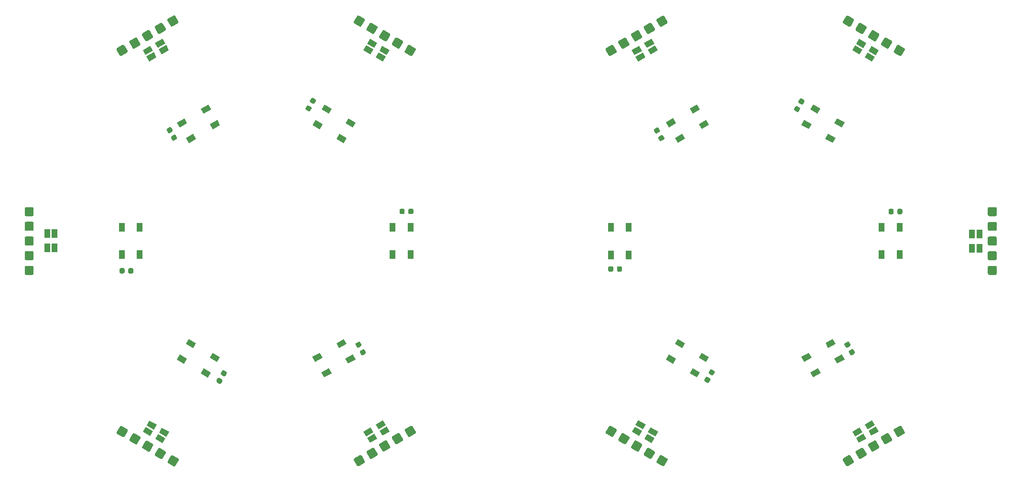
<source format=gbr>
%TF.GenerationSoftware,KiCad,Pcbnew,(5.1.9)-1*%
%TF.CreationDate,2021-06-09T00:59:49-05:00*%
%TF.ProjectId,neopixel_hexigons,6e656f70-6978-4656-9c5f-68657869676f,rev?*%
%TF.SameCoordinates,Original*%
%TF.FileFunction,Soldermask,Top*%
%TF.FilePolarity,Negative*%
%FSLAX46Y46*%
G04 Gerber Fmt 4.6, Leading zero omitted, Abs format (unit mm)*
G04 Created by KiCad (PCBNEW (5.1.9)-1) date 2021-06-09 00:59:49*
%MOMM*%
%LPD*%
G01*
G04 APERTURE LIST*
%ADD10C,0.100000*%
%ADD11R,1.000000X1.500000*%
G04 APERTURE END LIST*
D10*
%TO.C,JP20*%
G36*
X83842859Y-132279226D02*
G01*
X82543821Y-131529226D01*
X83043821Y-130663200D01*
X84342859Y-131413200D01*
X83842859Y-132279226D01*
G37*
G36*
X84492859Y-131153392D02*
G01*
X83193821Y-130403392D01*
X83693821Y-129537366D01*
X84992859Y-130287366D01*
X84492859Y-131153392D01*
G37*
%TD*%
%TO.C,HP19*%
G36*
G01*
X88872207Y-136622138D02*
X88322207Y-137574766D01*
G75*
G02*
X87980701Y-137666272I-216506J125000D01*
G01*
X87028073Y-137116272D01*
G75*
G02*
X86936567Y-136774766I125000J216506D01*
G01*
X87486567Y-135822138D01*
G75*
G02*
X87828073Y-135730632I216506J-125000D01*
G01*
X88780701Y-136280632D01*
G75*
G02*
X88872207Y-136622138I-125000J-216506D01*
G01*
G37*
%TD*%
%TO.C,JP18*%
G36*
X123385528Y-131633618D02*
G01*
X122086490Y-132383618D01*
X121586490Y-131517592D01*
X122885528Y-130767592D01*
X123385528Y-131633618D01*
G37*
G36*
X124035528Y-132759452D02*
G01*
X122736490Y-133509452D01*
X122236490Y-132643426D01*
X123535528Y-131893426D01*
X124035528Y-132759452D01*
G37*
%TD*%
%TO.C,HG19*%
G36*
G01*
X86617510Y-135320388D02*
X86067510Y-136273016D01*
G75*
G02*
X85726004Y-136364522I-216506J125000D01*
G01*
X84773376Y-135814522D01*
G75*
G02*
X84681870Y-135473016I125000J216506D01*
G01*
X85231870Y-134520388D01*
G75*
G02*
X85573376Y-134428882I216506J-125000D01*
G01*
X86526004Y-134978882D01*
G75*
G02*
X86617510Y-135320388I-125000J-216506D01*
G01*
G37*
%TD*%
%TO.C,HG20*%
G36*
G01*
X82108116Y-132716889D02*
X81558116Y-133669517D01*
G75*
G02*
X81216610Y-133761023I-216506J125000D01*
G01*
X80263982Y-133211023D01*
G75*
G02*
X80172476Y-132869517I125000J216506D01*
G01*
X80722476Y-131916889D01*
G75*
G02*
X81063982Y-131825383I216506J-125000D01*
G01*
X82016610Y-132375383D01*
G75*
G02*
X82108116Y-132716889I-125000J-216506D01*
G01*
G37*
%TD*%
%TO.C,HP20*%
G36*
G01*
X79853418Y-131415139D02*
X79303418Y-132367767D01*
G75*
G02*
X78961912Y-132459273I-216506J125000D01*
G01*
X78009284Y-131909273D01*
G75*
G02*
X77917778Y-131567767I125000J216506D01*
G01*
X78467778Y-130615139D01*
G75*
G02*
X78809284Y-130523633I216506J-125000D01*
G01*
X79761912Y-131073633D01*
G75*
G02*
X79853418Y-131415139I-125000J-216506D01*
G01*
G37*
%TD*%
%TO.C,HG17*%
G36*
G01*
X128056578Y-131877117D02*
X128606578Y-132829745D01*
G75*
G02*
X128515072Y-133171251I-216506J-125000D01*
G01*
X127562444Y-133721251D01*
G75*
G02*
X127220938Y-133629745I-125000J216506D01*
G01*
X126670938Y-132677117D01*
G75*
G02*
X126762444Y-132335611I216506J125000D01*
G01*
X127715072Y-131785611D01*
G75*
G02*
X128056578Y-131877117I125000J-216506D01*
G01*
G37*
%TD*%
%TO.C,HG18*%
G36*
G01*
X123547184Y-134480618D02*
X124097184Y-135433246D01*
G75*
G02*
X124005678Y-135774752I-216506J-125000D01*
G01*
X123053050Y-136324752D01*
G75*
G02*
X122711544Y-136233246I-125000J216506D01*
G01*
X122161544Y-135280618D01*
G75*
G02*
X122253050Y-134939112I216506J125000D01*
G01*
X123205678Y-134389112D01*
G75*
G02*
X123547184Y-134480618I125000J-216506D01*
G01*
G37*
%TD*%
%TO.C,HS10*%
G36*
G01*
X84362813Y-134018639D02*
X83812813Y-134971267D01*
G75*
G02*
X83471307Y-135062773I-216506J125000D01*
G01*
X82518679Y-134512773D01*
G75*
G02*
X82427173Y-134171267I125000J216506D01*
G01*
X82977173Y-133218639D01*
G75*
G02*
X83318679Y-133127133I216506J-125000D01*
G01*
X84271307Y-133677133D01*
G75*
G02*
X84362813Y-134018639I-125000J-216506D01*
G01*
G37*
%TD*%
%TO.C,HP17*%
G36*
G01*
X130311275Y-130575366D02*
X130861275Y-131527994D01*
G75*
G02*
X130769769Y-131869500I-216506J-125000D01*
G01*
X129817141Y-132419500D01*
G75*
G02*
X129475635Y-132327994I-125000J216506D01*
G01*
X128925635Y-131375366D01*
G75*
G02*
X129017141Y-131033860I216506J125000D01*
G01*
X129969769Y-130483860D01*
G75*
G02*
X130311275Y-130575366I125000J-216506D01*
G01*
G37*
%TD*%
%TO.C,HP18*%
G36*
G01*
X121292487Y-135782368D02*
X121842487Y-136734996D01*
G75*
G02*
X121750981Y-137076502I-216506J-125000D01*
G01*
X120798353Y-137626502D01*
G75*
G02*
X120456847Y-137534996I-125000J216506D01*
G01*
X119906847Y-136582368D01*
G75*
G02*
X119998353Y-136240862I216506J125000D01*
G01*
X120950981Y-135690862D01*
G75*
G02*
X121292487Y-135782368I125000J-216506D01*
G01*
G37*
%TD*%
%TO.C,JP19*%
G36*
X86042563Y-133549225D02*
G01*
X84743525Y-132799225D01*
X85243525Y-131933199D01*
X86542563Y-132683199D01*
X86042563Y-133549225D01*
G37*
G36*
X86692563Y-132423391D02*
G01*
X85393525Y-131673391D01*
X85893525Y-130807365D01*
X87192563Y-131557365D01*
X86692563Y-132423391D01*
G37*
%TD*%
%TO.C,HS9*%
G36*
G01*
X125801881Y-133178868D02*
X126351881Y-134131496D01*
G75*
G02*
X126260375Y-134473002I-216506J-125000D01*
G01*
X125307747Y-135023002D01*
G75*
G02*
X124966241Y-134931496I-125000J216506D01*
G01*
X124416241Y-133978868D01*
G75*
G02*
X124507747Y-133637362I216506J125000D01*
G01*
X125460375Y-133087362D01*
G75*
G02*
X125801881Y-133178868I125000J-216506D01*
G01*
G37*
%TD*%
%TO.C,JP17*%
G36*
X125585233Y-130363620D02*
G01*
X124286195Y-131113620D01*
X123786195Y-130247594D01*
X125085233Y-129497594D01*
X125585233Y-130363620D01*
G37*
G36*
X126235233Y-131489454D02*
G01*
X124936195Y-132239454D01*
X124436195Y-131373428D01*
X125735233Y-130623428D01*
X126235233Y-131489454D01*
G37*
%TD*%
%TO.C,JP16*%
G36*
X171087633Y-131128236D02*
G01*
X169788595Y-130378236D01*
X170288595Y-129512210D01*
X171587633Y-130262210D01*
X171087633Y-131128236D01*
G37*
G36*
X170437633Y-132254070D02*
G01*
X169138595Y-131504070D01*
X169638595Y-130638044D01*
X170937633Y-131388044D01*
X170437633Y-132254070D01*
G37*
%TD*%
%TO.C,HG15*%
G36*
G01*
X173212284Y-135295233D02*
X172662284Y-136247861D01*
G75*
G02*
X172320778Y-136339367I-216506J125000D01*
G01*
X171368150Y-135789367D01*
G75*
G02*
X171276644Y-135447861I125000J216506D01*
G01*
X171826644Y-134495233D01*
G75*
G02*
X172168150Y-134403727I216506J-125000D01*
G01*
X173120778Y-134953727D01*
G75*
G02*
X173212284Y-135295233I-125000J-216506D01*
G01*
G37*
%TD*%
%TO.C,HG16*%
G36*
G01*
X168702889Y-132691733D02*
X168152889Y-133644361D01*
G75*
G02*
X167811383Y-133735867I-216506J125000D01*
G01*
X166858755Y-133185867D01*
G75*
G02*
X166767249Y-132844361I125000J216506D01*
G01*
X167317249Y-131891733D01*
G75*
G02*
X167658755Y-131800227I216506J-125000D01*
G01*
X168611383Y-132350227D01*
G75*
G02*
X168702889Y-132691733I-125000J-216506D01*
G01*
G37*
%TD*%
%TO.C,HP15*%
G36*
G01*
X175466980Y-136596982D02*
X174916980Y-137549610D01*
G75*
G02*
X174575474Y-137641116I-216506J125000D01*
G01*
X173622846Y-137091116D01*
G75*
G02*
X173531340Y-136749610I125000J216506D01*
G01*
X174081340Y-135796982D01*
G75*
G02*
X174422846Y-135705476I216506J-125000D01*
G01*
X175375474Y-136255476D01*
G75*
G02*
X175466980Y-136596982I-125000J-216506D01*
G01*
G37*
%TD*%
%TO.C,HP16*%
G36*
G01*
X166448192Y-131389983D02*
X165898192Y-132342611D01*
G75*
G02*
X165556686Y-132434117I-216506J125000D01*
G01*
X164604058Y-131884117D01*
G75*
G02*
X164512552Y-131542611I125000J216506D01*
G01*
X165062552Y-130589983D01*
G75*
G02*
X165404058Y-130498477I216506J-125000D01*
G01*
X166356686Y-131048477D01*
G75*
G02*
X166448192Y-131389983I-125000J-216506D01*
G01*
G37*
%TD*%
%TO.C,HS8*%
G36*
G01*
X170957586Y-133993483D02*
X170407586Y-134946111D01*
G75*
G02*
X170066080Y-135037617I-216506J125000D01*
G01*
X169113452Y-134487617D01*
G75*
G02*
X169021946Y-134146111I125000J216506D01*
G01*
X169571946Y-133193483D01*
G75*
G02*
X169913452Y-133101977I216506J-125000D01*
G01*
X170866080Y-133651977D01*
G75*
G02*
X170957586Y-133993483I-125000J-216506D01*
G01*
G37*
%TD*%
%TO.C,JP15*%
G36*
X173287336Y-132398236D02*
G01*
X171988298Y-131648236D01*
X172488298Y-130782210D01*
X173787336Y-131532210D01*
X173287336Y-132398236D01*
G37*
G36*
X172637336Y-133524070D02*
G01*
X171338298Y-132774070D01*
X171838298Y-131908044D01*
X173137336Y-132658044D01*
X172637336Y-133524070D01*
G37*
%TD*%
%TO.C,HG13*%
G36*
G01*
X214661743Y-131879056D02*
X215211743Y-132831684D01*
G75*
G02*
X215120237Y-133173190I-216506J-125000D01*
G01*
X214167609Y-133723190D01*
G75*
G02*
X213826103Y-133631684I-125000J216506D01*
G01*
X213276103Y-132679056D01*
G75*
G02*
X213367609Y-132337550I216506J125000D01*
G01*
X214320237Y-131787550D01*
G75*
G02*
X214661743Y-131879056I125000J-216506D01*
G01*
G37*
%TD*%
%TO.C,HP13*%
G36*
G01*
X216916440Y-130577306D02*
X217466440Y-131529934D01*
G75*
G02*
X217374934Y-131871440I-216506J-125000D01*
G01*
X216422306Y-132421440D01*
G75*
G02*
X216080800Y-132329934I-125000J216506D01*
G01*
X215530800Y-131377306D01*
G75*
G02*
X215622306Y-131035800I216506J125000D01*
G01*
X216574934Y-130485800D01*
G75*
G02*
X216916440Y-130577306I125000J-216506D01*
G01*
G37*
%TD*%
%TO.C,HG14*%
G36*
G01*
X210152350Y-134482556D02*
X210702350Y-135435184D01*
G75*
G02*
X210610844Y-135776690I-216506J-125000D01*
G01*
X209658216Y-136326690D01*
G75*
G02*
X209316710Y-136235184I-125000J216506D01*
G01*
X208766710Y-135282556D01*
G75*
G02*
X208858216Y-134941050I216506J125000D01*
G01*
X209810844Y-134391050D01*
G75*
G02*
X210152350Y-134482556I125000J-216506D01*
G01*
G37*
%TD*%
%TO.C,HP14*%
G36*
G01*
X207897652Y-135784307D02*
X208447652Y-136736935D01*
G75*
G02*
X208356146Y-137078441I-216506J-125000D01*
G01*
X207403518Y-137628441D01*
G75*
G02*
X207062012Y-137536935I-125000J216506D01*
G01*
X206512012Y-136584307D01*
G75*
G02*
X206603518Y-136242801I216506J125000D01*
G01*
X207556146Y-135692801D01*
G75*
G02*
X207897652Y-135784307I125000J-216506D01*
G01*
G37*
%TD*%
%TO.C,JP14*%
G36*
X210640694Y-132761394D02*
G01*
X209341656Y-133511394D01*
X208841656Y-132645368D01*
X210140694Y-131895368D01*
X210640694Y-132761394D01*
G37*
G36*
X209990694Y-131635560D02*
G01*
X208691656Y-132385560D01*
X208191656Y-131519534D01*
X209490694Y-130769534D01*
X209990694Y-131635560D01*
G37*
%TD*%
%TO.C,HS7*%
G36*
G01*
X212407047Y-133180807D02*
X212957047Y-134133435D01*
G75*
G02*
X212865541Y-134474941I-216506J-125000D01*
G01*
X211912913Y-135024941D01*
G75*
G02*
X211571407Y-134933435I-125000J216506D01*
G01*
X211021407Y-133980807D01*
G75*
G02*
X211112913Y-133639301I216506J125000D01*
G01*
X212065541Y-133089301D01*
G75*
G02*
X212407047Y-133180807I125000J-216506D01*
G01*
G37*
%TD*%
%TO.C,JP13*%
G36*
X212840397Y-131491394D02*
G01*
X211541359Y-132241394D01*
X211041359Y-131375368D01*
X212340397Y-130625368D01*
X212840397Y-131491394D01*
G37*
G36*
X212190397Y-130365560D02*
G01*
X210891359Y-131115560D01*
X210391359Y-130249534D01*
X211690397Y-129499534D01*
X212190397Y-130365560D01*
G37*
%TD*%
%TO.C,C7*%
G36*
G01*
X166504500Y-102916800D02*
X166504500Y-102416800D01*
G75*
G02*
X166729500Y-102191800I225000J0D01*
G01*
X167179500Y-102191800D01*
G75*
G02*
X167404500Y-102416800I0J-225000D01*
G01*
X167404500Y-102916800D01*
G75*
G02*
X167179500Y-103141800I-225000J0D01*
G01*
X166729500Y-103141800D01*
G75*
G02*
X166504500Y-102916800I0J225000D01*
G01*
G37*
G36*
G01*
X164954500Y-102916800D02*
X164954500Y-102416800D01*
G75*
G02*
X165179500Y-102191800I225000J0D01*
G01*
X165629500Y-102191800D01*
G75*
G02*
X165854500Y-102416800I0J-225000D01*
G01*
X165854500Y-102916800D01*
G75*
G02*
X165629500Y-103141800I-225000J0D01*
G01*
X165179500Y-103141800D01*
G75*
G02*
X164954500Y-102916800I0J225000D01*
G01*
G37*
%TD*%
%TO.C,HS4*%
G36*
G01*
X169558981Y-62205657D02*
X169008981Y-61253029D01*
G75*
G02*
X169100487Y-60911523I216506J125000D01*
G01*
X170053115Y-60361523D01*
G75*
G02*
X170394621Y-60453029I125000J-216506D01*
G01*
X170944621Y-61405657D01*
G75*
G02*
X170853115Y-61747163I-216506J-125000D01*
G01*
X169900487Y-62297163D01*
G75*
G02*
X169558981Y-62205657I-125000J216506D01*
G01*
G37*
%TD*%
%TO.C,JP8*%
G36*
X171325334Y-62625070D02*
G01*
X172624372Y-61875070D01*
X173124372Y-62741096D01*
X171825334Y-63491096D01*
X171325334Y-62625070D01*
G37*
G36*
X171975334Y-63750904D02*
G01*
X173274372Y-63000904D01*
X173774372Y-63866930D01*
X172475334Y-64616930D01*
X171975334Y-63750904D01*
G37*
%TD*%
%TO.C,JP7*%
G36*
X169125629Y-63895070D02*
G01*
X170424667Y-63145070D01*
X170924667Y-64011096D01*
X169625629Y-64761096D01*
X169125629Y-63895070D01*
G37*
G36*
X169775629Y-65020904D02*
G01*
X171074667Y-64270904D01*
X171574667Y-65136930D01*
X170275629Y-65886930D01*
X169775629Y-65020904D01*
G37*
%TD*%
%TO.C,HP7*%
G36*
G01*
X165049586Y-64809157D02*
X164499586Y-63856529D01*
G75*
G02*
X164591092Y-63515023I216506J125000D01*
G01*
X165543720Y-62965023D01*
G75*
G02*
X165885226Y-63056529I125000J-216506D01*
G01*
X166435226Y-64009157D01*
G75*
G02*
X166343720Y-64350663I-216506J-125000D01*
G01*
X165391092Y-64900663D01*
G75*
G02*
X165049586Y-64809157I-125000J216506D01*
G01*
G37*
%TD*%
%TO.C,HG7*%
G36*
G01*
X167304283Y-63507407D02*
X166754283Y-62554779D01*
G75*
G02*
X166845789Y-62213273I216506J125000D01*
G01*
X167798417Y-61663273D01*
G75*
G02*
X168139923Y-61754779I125000J-216506D01*
G01*
X168689923Y-62707407D01*
G75*
G02*
X168598417Y-63048913I-216506J-125000D01*
G01*
X167645789Y-63598913D01*
G75*
G02*
X167304283Y-63507407I-125000J216506D01*
G01*
G37*
%TD*%
%TO.C,HP8*%
G36*
G01*
X174068375Y-59602157D02*
X173518375Y-58649529D01*
G75*
G02*
X173609881Y-58308023I216506J125000D01*
G01*
X174562509Y-57758023D01*
G75*
G02*
X174904015Y-57849529I125000J-216506D01*
G01*
X175454015Y-58802157D01*
G75*
G02*
X175362509Y-59143663I-216506J-125000D01*
G01*
X174409881Y-59693663D01*
G75*
G02*
X174068375Y-59602157I-125000J216506D01*
G01*
G37*
%TD*%
%TO.C,HG8*%
G36*
G01*
X171813678Y-60903907D02*
X171263678Y-59951279D01*
G75*
G02*
X171355184Y-59609773I216506J125000D01*
G01*
X172307812Y-59059773D01*
G75*
G02*
X172649318Y-59151279I125000J-216506D01*
G01*
X173199318Y-60103907D01*
G75*
G02*
X173107812Y-60445413I-216506J-125000D01*
G01*
X172155184Y-60995413D01*
G75*
G02*
X171813678Y-60903907I-125000J216506D01*
G01*
G37*
%TD*%
%TO.C,D12*%
G36*
X181219751Y-121044390D02*
G01*
X180719751Y-121910416D01*
X179420713Y-121160416D01*
X179920713Y-120294390D01*
X181219751Y-121044390D01*
G37*
G36*
X182819751Y-118273108D02*
G01*
X182319751Y-119139134D01*
X181020713Y-118389134D01*
X181520713Y-117523108D01*
X182819751Y-118273108D01*
G37*
G36*
X176976227Y-118594390D02*
G01*
X176476227Y-119460416D01*
X175177189Y-118710416D01*
X175677189Y-117844390D01*
X176976227Y-118594390D01*
G37*
G36*
X178576227Y-115823108D02*
G01*
X178076227Y-116689134D01*
X176777189Y-115939134D01*
X177277189Y-115073108D01*
X178576227Y-115823108D01*
G37*
%TD*%
%TO.C,D11*%
G36*
X206319551Y-117833518D02*
G01*
X206819551Y-118699544D01*
X205520513Y-119449544D01*
X205020513Y-118583518D01*
X206319551Y-117833518D01*
G37*
G36*
X204719551Y-115062236D02*
G01*
X205219551Y-115928262D01*
X203920513Y-116678262D01*
X203420513Y-115812236D01*
X204719551Y-115062236D01*
G37*
G36*
X202076027Y-120283518D02*
G01*
X202576027Y-121149544D01*
X201276989Y-121899544D01*
X200776989Y-121033518D01*
X202076027Y-120283518D01*
G37*
G36*
X200476027Y-117512236D02*
G01*
X200976027Y-118378262D01*
X199676989Y-119128262D01*
X199176989Y-118262236D01*
X200476027Y-117512236D01*
G37*
%TD*%
D11*
%TO.C,D10*%
X216597511Y-95245841D03*
X213397511Y-95245841D03*
X216597511Y-100145841D03*
X213397511Y-100145841D03*
%TD*%
D10*
%TO.C,D9*%
G36*
X200762411Y-74359624D02*
G01*
X201262411Y-73493598D01*
X202561449Y-74243598D01*
X202061449Y-75109624D01*
X200762411Y-74359624D01*
G37*
G36*
X199162411Y-77130906D02*
G01*
X199662411Y-76264880D01*
X200961449Y-77014880D01*
X200461449Y-77880906D01*
X199162411Y-77130906D01*
G37*
G36*
X205005935Y-76809624D02*
G01*
X205505935Y-75943598D01*
X206804973Y-76693598D01*
X206304973Y-77559624D01*
X205005935Y-76809624D01*
G37*
G36*
X203405935Y-79580906D02*
G01*
X203905935Y-78714880D01*
X205204973Y-79464880D01*
X204704973Y-80330906D01*
X203405935Y-79580906D01*
G37*
%TD*%
%TO.C,D8*%
G36*
X175674426Y-77550562D02*
G01*
X175174426Y-76684536D01*
X176473464Y-75934536D01*
X176973464Y-76800562D01*
X175674426Y-77550562D01*
G37*
G36*
X177274426Y-80321844D02*
G01*
X176774426Y-79455818D01*
X178073464Y-78705818D01*
X178573464Y-79571844D01*
X177274426Y-80321844D01*
G37*
G36*
X179917950Y-75100562D02*
G01*
X179417950Y-74234536D01*
X180716988Y-73484536D01*
X181216988Y-74350562D01*
X179917950Y-75100562D01*
G37*
G36*
X181517950Y-77871844D02*
G01*
X181017950Y-77005818D01*
X182316988Y-76255818D01*
X182816988Y-77121844D01*
X181517950Y-77871844D01*
G37*
%TD*%
D11*
%TO.C,D7*%
X165417920Y-100182401D03*
X168617920Y-100182401D03*
X165417920Y-95282401D03*
X168617920Y-95282401D03*
%TD*%
%TO.C,C12*%
G36*
G01*
X207762506Y-116344642D02*
X207329494Y-116594642D01*
G75*
G02*
X207022138Y-116512286I-112500J194856D01*
G01*
X206797138Y-116122574D01*
G75*
G02*
X206879494Y-115815218I194856J112500D01*
G01*
X207312506Y-115565218D01*
G75*
G02*
X207619862Y-115647574I112500J-194856D01*
G01*
X207844862Y-116037286D01*
G75*
G02*
X207762506Y-116344642I-194856J-112500D01*
G01*
G37*
G36*
G01*
X208537506Y-117686982D02*
X208104494Y-117936982D01*
G75*
G02*
X207797138Y-117854626I-112500J194856D01*
G01*
X207572138Y-117464914D01*
G75*
G02*
X207654494Y-117157558I194856J112500D01*
G01*
X208087506Y-116907558D01*
G75*
G02*
X208394862Y-116989914I112500J-194856D01*
G01*
X208619862Y-117379626D01*
G75*
G02*
X208537506Y-117686982I-194856J-112500D01*
G01*
G37*
%TD*%
%TO.C,C11*%
G36*
G01*
X183284406Y-121509542D02*
X182851394Y-121259542D01*
G75*
G02*
X182769038Y-120952186I112500J194856D01*
G01*
X182994038Y-120562474D01*
G75*
G02*
X183301394Y-120480118I194856J-112500D01*
G01*
X183734406Y-120730118D01*
G75*
G02*
X183816762Y-121037474I-112500J-194856D01*
G01*
X183591762Y-121427186D01*
G75*
G02*
X183284406Y-121509542I-194856J112500D01*
G01*
G37*
G36*
G01*
X182509406Y-122851882D02*
X182076394Y-122601882D01*
G75*
G02*
X181994038Y-122294526I112500J194856D01*
G01*
X182219038Y-121904814D01*
G75*
G02*
X182526394Y-121822458I194856J-112500D01*
G01*
X182959406Y-122072458D01*
G75*
G02*
X183041762Y-122379814I-112500J-194856D01*
G01*
X182816762Y-122769526D01*
G75*
G02*
X182509406Y-122851882I-194856J112500D01*
G01*
G37*
%TD*%
%TO.C,C10*%
G36*
G01*
X215498800Y-92244100D02*
X215498800Y-92744100D01*
G75*
G02*
X215273800Y-92969100I-225000J0D01*
G01*
X214823800Y-92969100D01*
G75*
G02*
X214598800Y-92744100I0J225000D01*
G01*
X214598800Y-92244100D01*
G75*
G02*
X214823800Y-92019100I225000J0D01*
G01*
X215273800Y-92019100D01*
G75*
G02*
X215498800Y-92244100I0J-225000D01*
G01*
G37*
G36*
G01*
X217048800Y-92244100D02*
X217048800Y-92744100D01*
G75*
G02*
X216823800Y-92969100I-225000J0D01*
G01*
X216373800Y-92969100D01*
G75*
G02*
X216148800Y-92744100I0J225000D01*
G01*
X216148800Y-92244100D01*
G75*
G02*
X216373800Y-92019100I225000J0D01*
G01*
X216823800Y-92019100D01*
G75*
G02*
X217048800Y-92244100I0J-225000D01*
G01*
G37*
%TD*%
%TO.C,C9*%
G36*
G01*
X198401394Y-73803758D02*
X198834406Y-74053758D01*
G75*
G02*
X198916762Y-74361114I-112500J-194856D01*
G01*
X198691762Y-74750826D01*
G75*
G02*
X198384406Y-74833182I-194856J112500D01*
G01*
X197951394Y-74583182D01*
G75*
G02*
X197869038Y-74275826I112500J194856D01*
G01*
X198094038Y-73886114D01*
G75*
G02*
X198401394Y-73803758I194856J-112500D01*
G01*
G37*
G36*
G01*
X199176394Y-72461418D02*
X199609406Y-72711418D01*
G75*
G02*
X199691762Y-73018774I-112500J-194856D01*
G01*
X199466762Y-73408486D01*
G75*
G02*
X199159406Y-73490842I-194856J112500D01*
G01*
X198726394Y-73240842D01*
G75*
G02*
X198644038Y-72933486I112500J194856D01*
G01*
X198869038Y-72543774D01*
G75*
G02*
X199176394Y-72461418I194856J-112500D01*
G01*
G37*
%TD*%
%TO.C,C8*%
G36*
G01*
X173923294Y-79209958D02*
X174356306Y-78959958D01*
G75*
G02*
X174663662Y-79042314I112500J-194856D01*
G01*
X174888662Y-79432026D01*
G75*
G02*
X174806306Y-79739382I-194856J-112500D01*
G01*
X174373294Y-79989382D01*
G75*
G02*
X174065938Y-79907026I-112500J194856D01*
G01*
X173840938Y-79517314D01*
G75*
G02*
X173923294Y-79209958I194856J112500D01*
G01*
G37*
G36*
G01*
X173148294Y-77867618D02*
X173581306Y-77617618D01*
G75*
G02*
X173888662Y-77699974I112500J-194856D01*
G01*
X174113662Y-78089686D01*
G75*
G02*
X174031306Y-78397042I-194856J-112500D01*
G01*
X173598294Y-78647042D01*
G75*
G02*
X173290938Y-78564686I-112500J194856D01*
G01*
X173065938Y-78174974D01*
G75*
G02*
X173148294Y-77867618I194856J112500D01*
G01*
G37*
%TD*%
%TO.C,HS6*%
G36*
G01*
X232426348Y-96916646D02*
X233526348Y-96916646D01*
G75*
G02*
X233776348Y-97166646I0J-250000D01*
G01*
X233776348Y-98266646D01*
G75*
G02*
X233526348Y-98516646I-250000J0D01*
G01*
X232426348Y-98516646D01*
G75*
G02*
X232176348Y-98266646I0J250000D01*
G01*
X232176348Y-97166646D01*
G75*
G02*
X232426348Y-96916646I250000J0D01*
G01*
G37*
%TD*%
%TO.C,JP12*%
X229379948Y-98986646D03*
X230679948Y-98986646D03*
%TD*%
%TO.C,JP11*%
X229379948Y-96446647D03*
X230679948Y-96446647D03*
%TD*%
%TO.C,HS5*%
G36*
G01*
X211030174Y-61407432D02*
X211580174Y-60454804D01*
G75*
G02*
X211921680Y-60363298I216506J-125000D01*
G01*
X212874308Y-60913298D01*
G75*
G02*
X212965814Y-61254804I-125000J-216506D01*
G01*
X212415814Y-62207432D01*
G75*
G02*
X212074308Y-62298938I-216506J125000D01*
G01*
X211121680Y-61748938D01*
G75*
G02*
X211030174Y-61407432I125000J216506D01*
G01*
G37*
%TD*%
D10*
%TO.C,JP10*%
G36*
X210900127Y-64272680D02*
G01*
X212199165Y-65022680D01*
X211699165Y-65888706D01*
X210400127Y-65138706D01*
X210900127Y-64272680D01*
G37*
G36*
X211550127Y-63146846D02*
G01*
X212849165Y-63896846D01*
X212349165Y-64762872D01*
X211050127Y-64012872D01*
X211550127Y-63146846D01*
G37*
%TD*%
%TO.C,JP9*%
G36*
X208700423Y-63002680D02*
G01*
X209999461Y-63752680D01*
X209499461Y-64618706D01*
X208200423Y-63868706D01*
X208700423Y-63002680D01*
G37*
G36*
X209350423Y-61876846D02*
G01*
X210649461Y-62626846D01*
X210149461Y-63492872D01*
X208850423Y-62742872D01*
X209350423Y-61876846D01*
G37*
%TD*%
%TO.C,HS3*%
G36*
G01*
X124409962Y-61398112D02*
X124959962Y-60445484D01*
G75*
G02*
X125301468Y-60353978I216506J-125000D01*
G01*
X126254096Y-60903978D01*
G75*
G02*
X126345602Y-61245484I-125000J-216506D01*
G01*
X125795602Y-62198112D01*
G75*
G02*
X125454096Y-62289618I-216506J125000D01*
G01*
X124501468Y-61739618D01*
G75*
G02*
X124409962Y-61398112I125000J216506D01*
G01*
G37*
%TD*%
%TO.C,JP6*%
G36*
X124279915Y-64263359D02*
G01*
X125578953Y-65013359D01*
X125078953Y-65879385D01*
X123779915Y-65129385D01*
X124279915Y-64263359D01*
G37*
G36*
X124929915Y-63137525D02*
G01*
X126228953Y-63887525D01*
X125728953Y-64753551D01*
X124429915Y-64003551D01*
X124929915Y-63137525D01*
G37*
%TD*%
%TO.C,JP5*%
G36*
X122080211Y-62993359D02*
G01*
X123379249Y-63743359D01*
X122879249Y-64609385D01*
X121580211Y-63859385D01*
X122080211Y-62993359D01*
G37*
G36*
X122730211Y-61867525D02*
G01*
X124029249Y-62617525D01*
X123529249Y-63483551D01*
X122230211Y-62733551D01*
X122730211Y-61867525D01*
G37*
%TD*%
%TO.C,HS2*%
G36*
G01*
X82946646Y-62185412D02*
X82396646Y-61232784D01*
G75*
G02*
X82488152Y-60891278I216506J125000D01*
G01*
X83440780Y-60341278D01*
G75*
G02*
X83782286Y-60432784I125000J-216506D01*
G01*
X84332286Y-61385412D01*
G75*
G02*
X84240780Y-61726918I-216506J-125000D01*
G01*
X83288152Y-62276918D01*
G75*
G02*
X82946646Y-62185412I-125000J216506D01*
G01*
G37*
%TD*%
%TO.C,JP4*%
G36*
X85362999Y-63730659D02*
G01*
X86662037Y-62980659D01*
X87162037Y-63846685D01*
X85862999Y-64596685D01*
X85362999Y-63730659D01*
G37*
G36*
X84712999Y-62604825D02*
G01*
X86012037Y-61854825D01*
X86512037Y-62720851D01*
X85212999Y-63470851D01*
X84712999Y-62604825D01*
G37*
%TD*%
%TO.C,JP3*%
G36*
X83163295Y-65000659D02*
G01*
X84462333Y-64250659D01*
X84962333Y-65116685D01*
X83663295Y-65866685D01*
X83163295Y-65000659D01*
G37*
G36*
X82513295Y-63874825D02*
G01*
X83812333Y-63124825D01*
X84312333Y-63990851D01*
X83013295Y-64740851D01*
X82513295Y-63874825D01*
G37*
%TD*%
%TO.C,D6*%
G36*
X91967067Y-115826237D02*
G01*
X91467067Y-116692263D01*
X90168029Y-115942263D01*
X90668029Y-115076237D01*
X91967067Y-115826237D01*
G37*
G36*
X90367067Y-118597519D02*
G01*
X89867067Y-119463545D01*
X88568029Y-118713545D01*
X89068029Y-117847519D01*
X90367067Y-118597519D01*
G37*
G36*
X96210591Y-118276237D02*
G01*
X95710591Y-119142263D01*
X94411553Y-118392263D01*
X94911553Y-117526237D01*
X96210591Y-118276237D01*
G37*
G36*
X94610591Y-121047519D02*
G01*
X94110591Y-121913545D01*
X92811553Y-121163545D01*
X93311553Y-120297519D01*
X94610591Y-121047519D01*
G37*
%TD*%
D11*
%TO.C,D1*%
X78803500Y-100152200D03*
X82003500Y-100152200D03*
X78803500Y-95252200D03*
X82003500Y-95252200D03*
%TD*%
%TO.C,C1*%
G36*
G01*
X79954000Y-103247000D02*
X79954000Y-102747000D01*
G75*
G02*
X80179000Y-102522000I225000J0D01*
G01*
X80629000Y-102522000D01*
G75*
G02*
X80854000Y-102747000I0J-225000D01*
G01*
X80854000Y-103247000D01*
G75*
G02*
X80629000Y-103472000I-225000J0D01*
G01*
X80179000Y-103472000D01*
G75*
G02*
X79954000Y-103247000I0J225000D01*
G01*
G37*
G36*
G01*
X78404000Y-103247000D02*
X78404000Y-102747000D01*
G75*
G02*
X78629000Y-102522000I225000J0D01*
G01*
X79079000Y-102522000D01*
G75*
G02*
X79304000Y-102747000I0J-225000D01*
G01*
X79304000Y-103247000D01*
G75*
G02*
X79079000Y-103472000I-225000J0D01*
G01*
X78629000Y-103472000D01*
G75*
G02*
X78404000Y-103247000I0J225000D01*
G01*
G37*
%TD*%
D10*
%TO.C,D2*%
G36*
X94927443Y-77892554D02*
G01*
X94427443Y-77026528D01*
X95726481Y-76276528D01*
X96226481Y-77142554D01*
X94927443Y-77892554D01*
G37*
G36*
X93327443Y-75121272D02*
G01*
X92827443Y-74255246D01*
X94126481Y-73505246D01*
X94626481Y-74371272D01*
X93327443Y-75121272D01*
G37*
G36*
X90683919Y-80342554D02*
G01*
X90183919Y-79476528D01*
X91482957Y-78726528D01*
X91982957Y-79592554D01*
X90683919Y-80342554D01*
G37*
G36*
X89083919Y-77571272D02*
G01*
X88583919Y-76705246D01*
X89882957Y-75955246D01*
X90382957Y-76821272D01*
X89083919Y-77571272D01*
G37*
%TD*%
%TO.C,HP12*%
G36*
G01*
X232426348Y-102123646D02*
X233526348Y-102123646D01*
G75*
G02*
X233776348Y-102373646I0J-250000D01*
G01*
X233776348Y-103473646D01*
G75*
G02*
X233526348Y-103723646I-250000J0D01*
G01*
X232426348Y-103723646D01*
G75*
G02*
X232176348Y-103473646I0J250000D01*
G01*
X232176348Y-102373646D01*
G75*
G02*
X232426348Y-102123646I250000J0D01*
G01*
G37*
%TD*%
%TO.C,HG12*%
G36*
G01*
X232426348Y-99520146D02*
X233526348Y-99520146D01*
G75*
G02*
X233776348Y-99770146I0J-250000D01*
G01*
X233776348Y-100870146D01*
G75*
G02*
X233526348Y-101120146I-250000J0D01*
G01*
X232426348Y-101120146D01*
G75*
G02*
X232176348Y-100870146I0J250000D01*
G01*
X232176348Y-99770146D01*
G75*
G02*
X232426348Y-99520146I250000J0D01*
G01*
G37*
%TD*%
%TO.C,HP11*%
G36*
G01*
X232426347Y-91709647D02*
X233526347Y-91709647D01*
G75*
G02*
X233776347Y-91959647I0J-250000D01*
G01*
X233776347Y-93059647D01*
G75*
G02*
X233526347Y-93309647I-250000J0D01*
G01*
X232426347Y-93309647D01*
G75*
G02*
X232176347Y-93059647I0J250000D01*
G01*
X232176347Y-91959647D01*
G75*
G02*
X232426347Y-91709647I250000J0D01*
G01*
G37*
%TD*%
%TO.C,HG11*%
G36*
G01*
X232426347Y-94313146D02*
X233526347Y-94313146D01*
G75*
G02*
X233776347Y-94563146I0J-250000D01*
G01*
X233776347Y-95663146D01*
G75*
G02*
X233526347Y-95913146I-250000J0D01*
G01*
X232426347Y-95913146D01*
G75*
G02*
X232176347Y-95663146I0J250000D01*
G01*
X232176347Y-94563146D01*
G75*
G02*
X232426347Y-94313146I250000J0D01*
G01*
G37*
%TD*%
%TO.C,C6*%
G36*
G01*
X96093756Y-123015802D02*
X95660744Y-122765802D01*
G75*
G02*
X95578388Y-122458446I112500J194856D01*
G01*
X95803388Y-122068734D01*
G75*
G02*
X96110744Y-121986378I194856J-112500D01*
G01*
X96543756Y-122236378D01*
G75*
G02*
X96626112Y-122543734I-112500J-194856D01*
G01*
X96401112Y-122933446D01*
G75*
G02*
X96093756Y-123015802I-194856J112500D01*
G01*
G37*
G36*
G01*
X96868756Y-121673462D02*
X96435744Y-121423462D01*
G75*
G02*
X96353388Y-121116106I112500J194856D01*
G01*
X96578388Y-120726394D01*
G75*
G02*
X96885744Y-120644038I194856J-112500D01*
G01*
X97318756Y-120894038D01*
G75*
G02*
X97401112Y-121201394I-112500J-194856D01*
G01*
X97176112Y-121591106D01*
G75*
G02*
X96868756Y-121673462I-194856J112500D01*
G01*
G37*
%TD*%
%TO.C,HP10*%
G36*
G01*
X215539569Y-64010932D02*
X216089569Y-63058304D01*
G75*
G02*
X216431075Y-62966798I216506J-125000D01*
G01*
X217383703Y-63516798D01*
G75*
G02*
X217475209Y-63858304I-125000J-216506D01*
G01*
X216925209Y-64810932D01*
G75*
G02*
X216583703Y-64902438I-216506J125000D01*
G01*
X215631075Y-64352438D01*
G75*
G02*
X215539569Y-64010932I125000J216506D01*
G01*
G37*
%TD*%
%TO.C,HG10*%
G36*
G01*
X213284871Y-62709182D02*
X213834871Y-61756554D01*
G75*
G02*
X214176377Y-61665048I216506J-125000D01*
G01*
X215129005Y-62215048D01*
G75*
G02*
X215220511Y-62556554I-125000J-216506D01*
G01*
X214670511Y-63509182D01*
G75*
G02*
X214329005Y-63600688I-216506J125000D01*
G01*
X213376377Y-63050688D01*
G75*
G02*
X213284871Y-62709182I125000J216506D01*
G01*
G37*
%TD*%
%TO.C,HP9*%
G36*
G01*
X206520780Y-58803932D02*
X207070780Y-57851304D01*
G75*
G02*
X207412286Y-57759798I216506J-125000D01*
G01*
X208364914Y-58309798D01*
G75*
G02*
X208456420Y-58651304I-125000J-216506D01*
G01*
X207906420Y-59603932D01*
G75*
G02*
X207564914Y-59695438I-216506J125000D01*
G01*
X206612286Y-59145438D01*
G75*
G02*
X206520780Y-58803932I125000J216506D01*
G01*
G37*
%TD*%
%TO.C,HG9*%
G36*
G01*
X208775477Y-60105682D02*
X209325477Y-59153054D01*
G75*
G02*
X209666983Y-59061548I216506J-125000D01*
G01*
X210619611Y-59611548D01*
G75*
G02*
X210711117Y-59953054I-125000J-216506D01*
G01*
X210161117Y-60905682D01*
G75*
G02*
X209819611Y-60997188I-216506J125000D01*
G01*
X208866983Y-60447188D01*
G75*
G02*
X208775477Y-60105682I125000J216506D01*
G01*
G37*
%TD*%
%TO.C,C5*%
G36*
G01*
X121942406Y-117701612D02*
X121509394Y-117951612D01*
G75*
G02*
X121202038Y-117869256I-112500J194856D01*
G01*
X120977038Y-117479544D01*
G75*
G02*
X121059394Y-117172188I194856J112500D01*
G01*
X121492406Y-116922188D01*
G75*
G02*
X121799762Y-117004544I112500J-194856D01*
G01*
X122024762Y-117394256D01*
G75*
G02*
X121942406Y-117701612I-194856J-112500D01*
G01*
G37*
G36*
G01*
X121167406Y-116359272D02*
X120734394Y-116609272D01*
G75*
G02*
X120427038Y-116526916I-112500J194856D01*
G01*
X120202038Y-116137204D01*
G75*
G02*
X120284394Y-115829848I194856J112500D01*
G01*
X120717406Y-115579848D01*
G75*
G02*
X121024762Y-115662204I112500J-194856D01*
G01*
X121249762Y-116051916D01*
G75*
G02*
X121167406Y-116359272I-194856J-112500D01*
G01*
G37*
%TD*%
%TO.C,D5*%
G36*
X113863344Y-117519388D02*
G01*
X114363344Y-118385414D01*
X113064306Y-119135414D01*
X112564306Y-118269388D01*
X113863344Y-117519388D01*
G37*
G36*
X115463344Y-120290670D02*
G01*
X115963344Y-121156696D01*
X114664306Y-121906696D01*
X114164306Y-121040670D01*
X115463344Y-120290670D01*
G37*
G36*
X118106868Y-115069388D02*
G01*
X118606868Y-115935414D01*
X117307830Y-116685414D01*
X116807830Y-115819388D01*
X118106868Y-115069388D01*
G37*
G36*
X119706868Y-117840670D02*
G01*
X120206868Y-118706696D01*
X118907830Y-119456696D01*
X118407830Y-118590670D01*
X119706868Y-117840670D01*
G37*
%TD*%
%TO.C,C4*%
G36*
G01*
X128904655Y-92230163D02*
X128904655Y-92730163D01*
G75*
G02*
X128679655Y-92955163I-225000J0D01*
G01*
X128229655Y-92955163D01*
G75*
G02*
X128004655Y-92730163I0J225000D01*
G01*
X128004655Y-92230163D01*
G75*
G02*
X128229655Y-92005163I225000J0D01*
G01*
X128679655Y-92005163D01*
G75*
G02*
X128904655Y-92230163I0J-225000D01*
G01*
G37*
G36*
G01*
X130454655Y-92230163D02*
X130454655Y-92730163D01*
G75*
G02*
X130229655Y-92955163I-225000J0D01*
G01*
X129779655Y-92955163D01*
G75*
G02*
X129554655Y-92730163I0J225000D01*
G01*
X129554655Y-92230163D01*
G75*
G02*
X129779655Y-92005163I225000J0D01*
G01*
X130229655Y-92005163D01*
G75*
G02*
X130454655Y-92230163I0J-225000D01*
G01*
G37*
%TD*%
D11*
%TO.C,D4*%
X129991656Y-95248762D03*
X126791656Y-95248762D03*
X129991656Y-100148762D03*
X126791656Y-100148762D03*
%TD*%
%TO.C,HP6*%
G36*
G01*
X128919356Y-64001612D02*
X129469356Y-63048984D01*
G75*
G02*
X129810862Y-62957478I216506J-125000D01*
G01*
X130763490Y-63507478D01*
G75*
G02*
X130854996Y-63848984I-125000J-216506D01*
G01*
X130304996Y-64801612D01*
G75*
G02*
X129963490Y-64893118I-216506J125000D01*
G01*
X129010862Y-64343118D01*
G75*
G02*
X128919356Y-64001612I125000J216506D01*
G01*
G37*
%TD*%
%TO.C,HG6*%
G36*
G01*
X126664659Y-62699862D02*
X127214659Y-61747234D01*
G75*
G02*
X127556165Y-61655728I216506J-125000D01*
G01*
X128508793Y-62205728D01*
G75*
G02*
X128600299Y-62547234I-125000J-216506D01*
G01*
X128050299Y-63499862D01*
G75*
G02*
X127708793Y-63591368I-216506J125000D01*
G01*
X126756165Y-63041368D01*
G75*
G02*
X126664659Y-62699862I125000J216506D01*
G01*
G37*
%TD*%
%TO.C,HP5*%
G36*
G01*
X119900568Y-58794612D02*
X120450568Y-57841984D01*
G75*
G02*
X120792074Y-57750478I216506J-125000D01*
G01*
X121744702Y-58300478D01*
G75*
G02*
X121836208Y-58641984I-125000J-216506D01*
G01*
X121286208Y-59594612D01*
G75*
G02*
X120944702Y-59686118I-216506J125000D01*
G01*
X119992074Y-59136118D01*
G75*
G02*
X119900568Y-58794612I125000J216506D01*
G01*
G37*
%TD*%
%TO.C,HG5*%
G36*
G01*
X122155265Y-60096362D02*
X122705265Y-59143734D01*
G75*
G02*
X123046771Y-59052228I216506J-125000D01*
G01*
X123999399Y-59602228D01*
G75*
G02*
X124090905Y-59943734I-125000J-216506D01*
G01*
X123540905Y-60896362D01*
G75*
G02*
X123199399Y-60987868I-216506J125000D01*
G01*
X122246771Y-60437868D01*
G75*
G02*
X122155265Y-60096362I125000J216506D01*
G01*
G37*
%TD*%
%TO.C,C3*%
G36*
G01*
X112663994Y-72347118D02*
X113097006Y-72597118D01*
G75*
G02*
X113179362Y-72904474I-112500J-194856D01*
G01*
X112954362Y-73294186D01*
G75*
G02*
X112647006Y-73376542I-194856J112500D01*
G01*
X112213994Y-73126542D01*
G75*
G02*
X112131638Y-72819186I112500J194856D01*
G01*
X112356638Y-72429474D01*
G75*
G02*
X112663994Y-72347118I194856J-112500D01*
G01*
G37*
G36*
G01*
X111888994Y-73689458D02*
X112322006Y-73939458D01*
G75*
G02*
X112404362Y-74246814I-112500J-194856D01*
G01*
X112179362Y-74636526D01*
G75*
G02*
X111872006Y-74718882I-194856J112500D01*
G01*
X111438994Y-74468882D01*
G75*
G02*
X111356638Y-74161526I112500J194856D01*
G01*
X111581638Y-73771814D01*
G75*
G02*
X111888994Y-73689458I194856J-112500D01*
G01*
G37*
%TD*%
D10*
%TO.C,D3*%
G36*
X116830443Y-79592554D02*
G01*
X117330443Y-78726528D01*
X118629481Y-79476528D01*
X118129481Y-80342554D01*
X116830443Y-79592554D01*
G37*
G36*
X118430443Y-76821272D02*
G01*
X118930443Y-75955246D01*
X120229481Y-76705246D01*
X119729481Y-77571272D01*
X118430443Y-76821272D01*
G37*
G36*
X112586919Y-77142554D02*
G01*
X113086919Y-76276528D01*
X114385957Y-77026528D01*
X113885957Y-77892554D01*
X112586919Y-77142554D01*
G37*
G36*
X114186919Y-74371272D02*
G01*
X114686919Y-73505246D01*
X115985957Y-74255246D01*
X115485957Y-75121272D01*
X114186919Y-74371272D01*
G37*
%TD*%
%TO.C,HP4*%
G36*
G01*
X87456040Y-59581912D02*
X86906040Y-58629284D01*
G75*
G02*
X86997546Y-58287778I216506J125000D01*
G01*
X87950174Y-57737778D01*
G75*
G02*
X88291680Y-57829284I125000J-216506D01*
G01*
X88841680Y-58781912D01*
G75*
G02*
X88750174Y-59123418I-216506J-125000D01*
G01*
X87797546Y-59673418D01*
G75*
G02*
X87456040Y-59581912I-125000J216506D01*
G01*
G37*
%TD*%
%TO.C,HG4*%
G36*
G01*
X85201343Y-60883662D02*
X84651343Y-59931034D01*
G75*
G02*
X84742849Y-59589528I216506J125000D01*
G01*
X85695477Y-59039528D01*
G75*
G02*
X86036983Y-59131034I125000J-216506D01*
G01*
X86586983Y-60083662D01*
G75*
G02*
X86495477Y-60425168I-216506J-125000D01*
G01*
X85542849Y-60975168D01*
G75*
G02*
X85201343Y-60883662I-125000J216506D01*
G01*
G37*
%TD*%
%TO.C,HP3*%
G36*
G01*
X78437252Y-64788912D02*
X77887252Y-63836284D01*
G75*
G02*
X77978758Y-63494778I216506J125000D01*
G01*
X78931386Y-62944778D01*
G75*
G02*
X79272892Y-63036284I125000J-216506D01*
G01*
X79822892Y-63988912D01*
G75*
G02*
X79731386Y-64330418I-216506J-125000D01*
G01*
X78778758Y-64880418D01*
G75*
G02*
X78437252Y-64788912I-125000J216506D01*
G01*
G37*
%TD*%
%TO.C,HG3*%
G36*
G01*
X80691949Y-63487162D02*
X80141949Y-62534534D01*
G75*
G02*
X80233455Y-62193028I216506J125000D01*
G01*
X81186083Y-61643028D01*
G75*
G02*
X81527589Y-61734534I125000J-216506D01*
G01*
X82077589Y-62687162D01*
G75*
G02*
X81986083Y-63028668I-216506J-125000D01*
G01*
X81033455Y-63578668D01*
G75*
G02*
X80691949Y-63487162I-125000J216506D01*
G01*
G37*
%TD*%
%TO.C,C2*%
G36*
G01*
X86839094Y-77791418D02*
X87272106Y-77541418D01*
G75*
G02*
X87579462Y-77623774I112500J-194856D01*
G01*
X87804462Y-78013486D01*
G75*
G02*
X87722106Y-78320842I-194856J-112500D01*
G01*
X87289094Y-78570842D01*
G75*
G02*
X86981738Y-78488486I-112500J194856D01*
G01*
X86756738Y-78098774D01*
G75*
G02*
X86839094Y-77791418I194856J112500D01*
G01*
G37*
G36*
G01*
X87614094Y-79133758D02*
X88047106Y-78883758D01*
G75*
G02*
X88354462Y-78966114I112500J-194856D01*
G01*
X88579462Y-79355826D01*
G75*
G02*
X88497106Y-79663182I-194856J-112500D01*
G01*
X88064094Y-79913182D01*
G75*
G02*
X87756738Y-79830826I-112500J194856D01*
G01*
X87531738Y-79441114D01*
G75*
G02*
X87614094Y-79133758I194856J112500D01*
G01*
G37*
%TD*%
%TO.C,HP2*%
G36*
G01*
X62957800Y-93306800D02*
X61857800Y-93306800D01*
G75*
G02*
X61607800Y-93056800I0J250000D01*
G01*
X61607800Y-91956800D01*
G75*
G02*
X61857800Y-91706800I250000J0D01*
G01*
X62957800Y-91706800D01*
G75*
G02*
X63207800Y-91956800I0J-250000D01*
G01*
X63207800Y-93056800D01*
G75*
G02*
X62957800Y-93306800I-250000J0D01*
G01*
G37*
%TD*%
%TO.C,HG2*%
G36*
G01*
X62957800Y-95910300D02*
X61857800Y-95910300D01*
G75*
G02*
X61607800Y-95660300I0J250000D01*
G01*
X61607800Y-94560300D01*
G75*
G02*
X61857800Y-94310300I250000J0D01*
G01*
X62957800Y-94310300D01*
G75*
G02*
X63207800Y-94560300I0J-250000D01*
G01*
X63207800Y-95660300D01*
G75*
G02*
X62957800Y-95910300I-250000J0D01*
G01*
G37*
%TD*%
%TO.C,HG1*%
G36*
G01*
X62957800Y-101117300D02*
X61857800Y-101117300D01*
G75*
G02*
X61607800Y-100867300I0J250000D01*
G01*
X61607800Y-99767300D01*
G75*
G02*
X61857800Y-99517300I250000J0D01*
G01*
X62957800Y-99517300D01*
G75*
G02*
X63207800Y-99767300I0J-250000D01*
G01*
X63207800Y-100867300D01*
G75*
G02*
X62957800Y-101117300I-250000J0D01*
G01*
G37*
%TD*%
%TO.C,HS1*%
G36*
G01*
X62957800Y-98513800D02*
X61857800Y-98513800D01*
G75*
G02*
X61607800Y-98263800I0J250000D01*
G01*
X61607800Y-97163800D01*
G75*
G02*
X61857800Y-96913800I250000J0D01*
G01*
X62957800Y-96913800D01*
G75*
G02*
X63207800Y-97163800I0J-250000D01*
G01*
X63207800Y-98263800D01*
G75*
G02*
X62957800Y-98513800I-250000J0D01*
G01*
G37*
%TD*%
%TO.C,HP1*%
G36*
G01*
X62957800Y-103720800D02*
X61857800Y-103720800D01*
G75*
G02*
X61607800Y-103470800I0J250000D01*
G01*
X61607800Y-102370800D01*
G75*
G02*
X61857800Y-102120800I250000J0D01*
G01*
X62957800Y-102120800D01*
G75*
G02*
X63207800Y-102370800I0J-250000D01*
G01*
X63207800Y-103470800D01*
G75*
G02*
X62957800Y-103720800I-250000J0D01*
G01*
G37*
%TD*%
D11*
%TO.C,JP2*%
X66893200Y-96418400D03*
X65593200Y-96418400D03*
%TD*%
%TO.C,JP1*%
X66893200Y-98958400D03*
X65593200Y-98958400D03*
%TD*%
M02*

</source>
